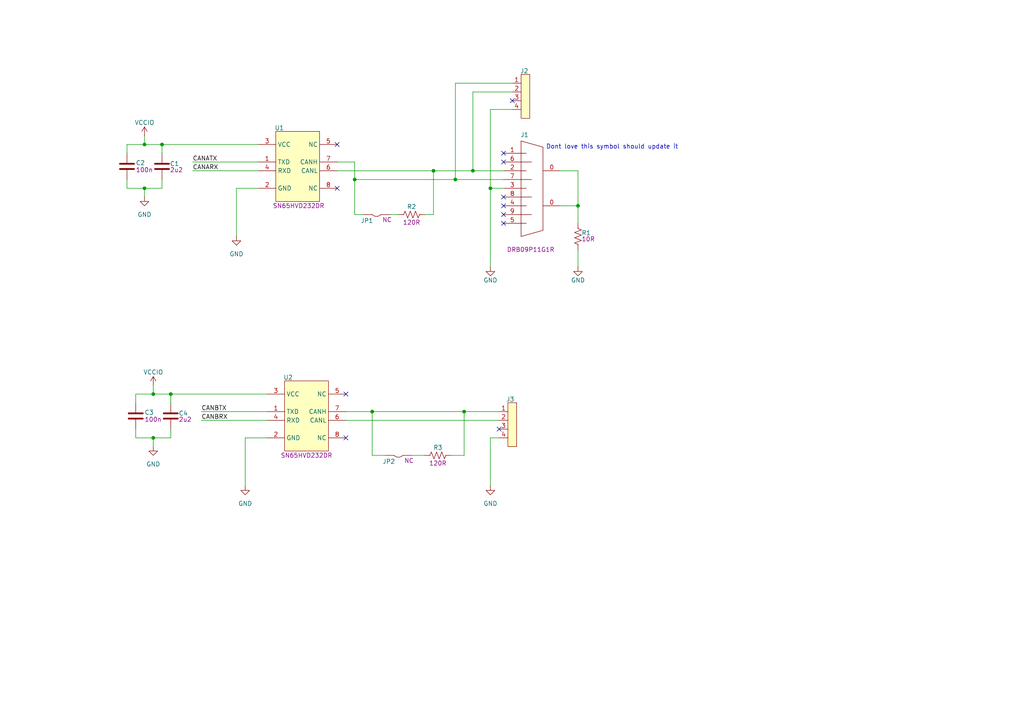
<source format=kicad_sch>
(kicad_sch (version 20231120) (generator "eeschema") (generator_version "8.0")
  (paper "A4")
  (lib_symbols
    (symbol "0603_Yageo_Res:RES_10R_0603" (pin_numbers hide)
      (property "Reference" "R" (at -20.32 5.08 0))
      (property "Display Value" "10R" (at 15.24 5.08 0))
      (symbol "RES_10R_0603_0_1"
        (polyline (pts (xy -2.286 0) (xy -2.54 0)))
        (polyline (pts (xy 2.286 0) (xy 2.54 0)))
        (polyline (pts (xy -2.286 0) (xy -1.905 1.016) (xy -1.524 0) (xy -1.143 -1.016) (xy -0.762 0)))
        (polyline (pts (xy -0.762 0) (xy -0.381 1.016) (xy 0 0) (xy 0.381 -1.016) (xy 0.762 0)))
        (polyline (pts (xy 0.762 0) (xy 1.143 1.016) (xy 1.524 0) (xy 1.905 -1.016) (xy 2.286 0)))
      )
      (symbol "RES_10R_0603_1_1"
        (pin passive line (at -3.81 0 0) (length 1.27) (name "~") (number "1"))
        (pin passive line (at 3.81 0 180) (length 1.27) (name "~") (number "2"))
      )
    )
    (symbol "0603_Yageo_Res:RES_120R_0603" (pin_numbers hide)
      (property "Reference" "R" (at -20.32 5.08 0))
      (property "Display Value" "120R" (at 15.24 5.08 0))
      (symbol "RES_120R_0603_0_1"
        (polyline (pts (xy -2.286 0) (xy -2.54 0)))
        (polyline (pts (xy 2.286 0) (xy 2.54 0)))
        (polyline (pts (xy -2.286 0) (xy -1.905 1.016) (xy -1.524 0) (xy -1.143 -1.016) (xy -0.762 0)))
        (polyline (pts (xy -0.762 0) (xy -0.381 1.016) (xy 0 0) (xy 0.381 -1.016) (xy 0.762 0)))
        (polyline (pts (xy 0.762 0) (xy 1.143 1.016) (xy 1.524 0) (xy 1.905 -1.016) (xy 2.286 0)))
      )
      (symbol "RES_120R_0603_1_1"
        (pin passive line (at -3.81 0 0) (length 1.27) (name "~") (number "1"))
        (pin passive line (at 3.81 0 180) (length 1.27) (name "~") (number "2"))
      )
    )
    (symbol "nae_caps:CAP_100n_16V_0402" (pin_numbers hide)
      (property "Reference" "C" (at -20.32 5.08 0))
      (property "Display Value" "100n" (at 15.24 5.08 0))
      (symbol "CAP_100n_16V_0402_0_1"
        (polyline (pts (xy -0.762 -2.032) (xy -0.762 2.032)) (stroke (width 0.508)))
        (polyline (pts (xy 0.762 -2.032) (xy 0.762 2.032)) (stroke (width 0.508)))
      )
      (symbol "CAP_100n_16V_0402_1_1"
        (pin passive line (at -3.81 0 0) (length 2.794) (name "~") (number "1"))
        (pin passive line (at 3.81 0 180) (length 2.794) (name "~") (number "2"))
      )
    )
    (symbol "nae_caps:CAP_2u2_10V_0603" (pin_numbers hide)
      (property "Reference" "C" (at -20.32 5.08 0))
      (property "Display Value" "2u2" (at 15.24 5.08 0))
      (symbol "CAP_2u2_10V_0603_0_1"
        (polyline (pts (xy -0.762 -2.032) (xy -0.762 2.032)) (stroke (width 0.508)))
        (polyline (pts (xy 0.762 -2.032) (xy 0.762 2.032)) (stroke (width 0.508)))
      )
      (symbol "CAP_2u2_10V_0603_1_1"
        (pin passive line (at -3.81 0 0) (length 2.794) (name "~") (number "1"))
        (pin passive line (at 3.81 0 180) (length 2.794) (name "~") (number "2"))
      )
    )
    (symbol "power:GND" (power) (pin_numbers hide) (pin_names (offset 0) hide)
      (property "Value" "GND" (at 0 -3.81 0))
      (symbol "GND_0_1"
        (polyline (pts (xy 0 0) (xy 0 -1.27) (xy 1.27 -1.27) (xy 0 -2.54) (xy -1.27 -1.27) (xy 0 -1.27)))
      )
      (symbol "GND_1_1"
        (pin power_in line (at 0 0 270) (length 0) (name "~") (number "1"))
      )
    )
    (symbol "power:VCC" (power) (pin_numbers hide) (pin_names (offset 0) hide)
      (property "Value" "VCC" (at 0 3.556 0))
      (symbol "VCC_0_1"
        (polyline (pts (xy -0.762 1.27) (xy 0 2.54)))
        (polyline (pts (xy 0 0) (xy 0 2.54)))
        (polyline (pts (xy 0 2.54) (xy 0.762 1.27)))
      )
      (symbol "VCC_1_1"
        (pin power_in line (at 0 0 90) (length 0) (name "~") (number "1"))
      )
    )
    (symbol "tutorial_2_library:DB9_Connector_male"
      (property "Reference" "J" (at -20.32 5.08 0))
      (property "Display Value" "DRB09P11G1R" (at 10.16 5.08 0))
      (symbol "DB9_Connector_male_0_1"
        (polyline (pts (xy 0 -20.32) (xy 1.524 -20.32)))
        (polyline (pts (xy 0 -17.78) (xy 3.048 -17.78)))
        (polyline (pts (xy 0 -15.24) (xy 1.524 -15.24)))
        (polyline (pts (xy 0 -12.7) (xy 3.048 -12.7)))
        (polyline (pts (xy 0 -10.16) (xy 1.524 -10.16)))
        (polyline (pts (xy 0 -7.62) (xy 3.048 -7.62)))
        (polyline (pts (xy 0 -5.08) (xy 1.524 -5.08)))
        (polyline (pts (xy 0 -2.54) (xy 3.048 -2.54)))
        (polyline (pts (xy 0 0) (xy 1.524 0)))
        (polyline (pts (xy 0 3.556) (xy 6.35 1.778)))
        (polyline (pts (xy 6.35 -22.352) (xy 0 -24.13)))
        (polyline (pts (xy 6.35 1.778) (xy 6.35 -22.352)))
        (polyline (pts (xy 0 3.556) (xy 0 -22.86) (xy 0 -24.13)))
      )
      (symbol "DB9_Connector_male_1_1"
        (pin unspecified line (at 11.43 -15.24 180) (length 5.08) (name "") (number "0"))
        (pin unspecified line (at 11.43 -5.08 180) (length 5.08) (name "") (number "0"))
        (pin unspecified line (at -5.08 0 0) (length 5.08) (name "") (number "1"))
        (pin unspecified line (at -5.08 -5.08 0) (length 5.08) (name "") (number "2"))
        (pin unspecified line (at -5.08 -10.16 0) (length 5.08) (name "") (number "3"))
        (pin unspecified line (at -5.08 -15.24 0) (length 5.08) (name "") (number "4"))
        (pin unspecified line (at -5.08 -20.32 0) (length 5.08) (name "") (number "5"))
        (pin unspecified line (at -5.08 -2.54 0) (length 5.08) (name "") (number "6"))
        (pin unspecified line (at -5.08 -7.62 0) (length 5.08) (name "") (number "7"))
        (pin unspecified line (at -5.08 -12.7 0) (length 5.08) (name "") (number "8"))
        (pin unspecified line (at -5.08 -17.78 0) (length 5.08) (name "") (number "9"))
      )
    )
    (symbol "tutorial_2_library:SN65HVD232DR"
      (property "Reference" "U" (at -5.08 6.35 0))
      (property "Display Value" "SN65HVD232DR" (at 0 -17.78 0))
      (symbol "SN65HVD232DR_1_1"
        (rectangle (start -6.35 3.81) (end 6.35 -16.51) (fill (type background)))
        (pin unspecified line (at -11.43 -5.08 0) (length 5.08) (name "TXD") (number "1"))
        (pin unspecified line (at -11.43 -12.7 0) (length 5.08) (name "GND") (number "2"))
        (pin unspecified line (at -11.43 0 0) (length 5.08) (name "VCC") (number "3"))
        (pin unspecified line (at -11.43 -7.62 0) (length 5.08) (name "RXD") (number "4"))
        (pin unspecified line (at 11.43 0 180) (length 5.08) (name "NC") (number "5"))
        (pin unspecified line (at 11.43 -7.62 180) (length 5.08) (name "CANL") (number "6"))
        (pin unspecified line (at 11.43 -5.08 180) (length 5.08) (name "CANH") (number "7"))
        (pin unspecified line (at 11.43 -12.7 180) (length 5.08) (name "NC") (number "8"))
      )
    )
    (symbol "tutorial_2_library:Solder_Jumper_2_NC" (pin_numbers hide)
      (property "Reference" "JP" (at -3.81 3.81 0))
      (property "Display Value" "NC" (at -3.81 0 0))
      (symbol "Solder_Jumper_2_NC_1_1"
        (arc (start 0 1.27) (mid -0.526 0) (end 0 -1.27))
        (pin unspecified line (at 0 3.81 270) (length 2.54) (name "") (number "1"))
        (pin unspecified line (at 0 -3.81 90) (length 2.54) (name "") (number "2"))
      )
    )
    (symbol "tutorial_2_library:VERT_HDR_4_2.54mm_1"
      (property "Reference" "J" (at -0.762 3.556 0))
      (symbol "VERT_HDR_4_2.54mm_1_1_1"
        (rectangle (start -1.27 2.54) (end 1.27 -10.16) (fill (type background)))
        (pin unspecified line (at -3.81 0 0) (length 2.54) (name "") (number "1"))
        (pin unspecified line (at -3.81 -2.54 0) (length 2.54) (name "") (number "2"))
        (pin unspecified line (at -3.81 -5.08 0) (length 2.54) (name "") (number "3"))
        (pin unspecified line (at -3.81 -7.62 0) (length 2.54) (name "") (number "4"))
      )
    )
  )
  (junction (at 107.95 119.38))
  (junction (at 102.87 52.07))
  (junction (at 46.99 41.91))
  (junction (at 142.24 54.61))
  (junction (at 132.08 52.07))
  (junction (at 41.91 54.61))
  (junction (at 44.45 127))
  (junction (at 137.16 49.53))
  (junction (at 167.64 59.69))
  (junction (at 41.91 41.91))
  (junction (at 134.62 119.38))
  (junction (at 49.53 114.3))
  (junction (at 44.45 114.3))
  (junction (at 125.73 49.53))
  (no_connect (at 97.79 54.61))
  (no_connect (at 146.05 44.45))
  (no_connect (at 146.05 64.77))
  (no_connect (at 146.05 46.99))
  (no_connect (at 100.33 127))
  (no_connect (at 144.78 124.46))
  (no_connect (at 146.05 62.23))
  (no_connect (at 100.33 114.3))
  (no_connect (at 148.59 29.21))
  (no_connect (at 146.05 57.15))
  (no_connect (at 97.79 41.91))
  (no_connect (at 146.05 59.69))
  (wire (pts (xy 44.45 127) (xy 49.53 127)))
  (wire (pts (xy 39.37 114.3) (xy 44.45 114.3)))
  (wire (pts (xy 68.58 54.61) (xy 68.58 68.58)))
  (wire (pts (xy 41.91 54.61) (xy 46.99 54.61)))
  (wire (pts (xy 46.99 41.91) (xy 74.93 41.91)))
  (wire (pts (xy 142.24 31.75) (xy 142.24 54.61)))
  (wire (pts (xy 44.45 127) (xy 44.45 129.54)))
  (wire (pts (xy 102.87 62.23) (xy 105.41 62.23)))
  (wire (pts (xy 111.76 132.08) (xy 107.95 132.08)))
  (wire (pts (xy 130.81 132.08) (xy 134.62 132.08)))
  (wire (pts (xy 137.16 26.67) (xy 137.16 49.53)))
  (wire (pts (xy 46.99 41.91) (xy 46.99 44.45)))
  (wire (pts (xy 132.08 24.13) (xy 132.08 52.07)))
  (wire (pts (xy 134.62 132.08) (xy 134.62 119.38)))
  (wire (pts (xy 100.33 119.38) (xy 107.95 119.38)))
  (wire (pts (xy 137.16 49.53) (xy 146.05 49.53)))
  (wire (pts (xy 132.08 52.07) (xy 146.05 52.07)))
  (wire (pts (xy 102.87 46.99) (xy 102.87 52.07)))
  (wire (pts (xy 71.12 127) (xy 77.47 127)))
  (wire (pts (xy 162.56 49.53) (xy 167.64 49.53)))
  (wire (pts (xy 46.99 54.61) (xy 46.99 52.07)))
  (wire (pts (xy 44.45 111.76) (xy 44.45 114.3)))
  (wire (pts (xy 142.24 54.61) (xy 142.24 77.47)))
  (wire (pts (xy 36.83 52.07) (xy 36.83 54.61)))
  (wire (pts (xy 142.24 127) (xy 144.78 127)))
  (wire (pts (xy 41.91 54.61) (xy 41.91 57.15)))
  (wire (pts (xy 36.83 54.61) (xy 41.91 54.61)))
  (wire (pts (xy 39.37 114.3) (xy 39.37 116.84)))
  (wire (pts (xy 97.79 49.53) (xy 125.73 49.53)))
  (wire (pts (xy 100.33 121.92) (xy 144.78 121.92)))
  (wire (pts (xy 41.91 39.37) (xy 41.91 41.91)))
  (wire (pts (xy 36.83 41.91) (xy 41.91 41.91)))
  (wire (pts (xy 55.88 46.99) (xy 74.93 46.99)))
  (wire (pts (xy 49.53 127) (xy 49.53 124.46)))
  (wire (pts (xy 134.62 119.38) (xy 144.78 119.38)))
  (wire (pts (xy 102.87 52.07) (xy 132.08 52.07)))
  (wire (pts (xy 39.37 127) (xy 44.45 127)))
  (wire (pts (xy 71.12 127) (xy 71.12 140.97)))
  (wire (pts (xy 142.24 127) (xy 142.24 140.97)))
  (wire (pts (xy 125.73 62.23) (xy 125.73 49.53)))
  (wire (pts (xy 49.53 114.3) (xy 49.53 116.84)))
  (wire (pts (xy 97.79 46.99) (xy 102.87 46.99)))
  (wire (pts (xy 41.91 41.91) (xy 46.99 41.91)))
  (wire (pts (xy 167.64 49.53) (xy 167.64 59.69)))
  (wire (pts (xy 68.58 54.61) (xy 74.93 54.61)))
  (wire (pts (xy 146.05 54.61) (xy 142.24 54.61)))
  (wire (pts (xy 123.19 62.23) (xy 125.73 62.23)))
  (wire (pts (xy 55.88 49.53) (xy 74.93 49.53)))
  (wire (pts (xy 49.53 114.3) (xy 77.47 114.3)))
  (wire (pts (xy 107.95 132.08) (xy 107.95 119.38)))
  (wire (pts (xy 107.95 119.38) (xy 134.62 119.38)))
  (wire (pts (xy 39.37 124.46) (xy 39.37 127)))
  (wire (pts (xy 58.42 119.38) (xy 77.47 119.38)))
  (wire (pts (xy 167.64 59.69) (xy 162.56 59.69)))
  (wire (pts (xy 167.64 72.39) (xy 167.64 77.47)))
  (wire (pts (xy 58.42 121.92) (xy 77.47 121.92)))
  (wire (pts (xy 102.87 52.07) (xy 102.87 62.23)))
  (wire (pts (xy 148.59 26.67) (xy 137.16 26.67)))
  (wire (pts (xy 148.59 31.75) (xy 142.24 31.75)))
  (wire (pts (xy 119.38 132.08) (xy 123.19 132.08)))
  (wire (pts (xy 125.73 49.53) (xy 137.16 49.53)))
  (wire (pts (xy 113.03 62.23) (xy 115.57 62.23)))
  (wire (pts (xy 167.64 59.69) (xy 167.64 64.77)))
  (wire (pts (xy 36.83 41.91) (xy 36.83 44.45)))
  (wire (pts (xy 148.59 24.13) (xy 132.08 24.13)))
  (wire (pts (xy 44.45 114.3) (xy 49.53 114.3)))
  (text "Dont love this symbol should update it" (at 177.546 42.672 0) (effects (font (size 1.27 1.27))))
  (label "CANBTX" (at 58.42 119.38 0))
  (label "CANBRX" (at 58.42 121.92 0))
  (label "CANARX" (at 55.88 49.53 0))
  (label "CANATX" (at 55.88 46.99 0))
  (symbol (lib_id "tutorial_2_library:VERT_HDR_4_2.54mm_1") (at 152.4 24.13 0) (unit 1)
    (property "Reference" "J2" (at 150.876 20.574 0) (effects (justify left)))
    (property "Value" "HDR_4_2.54" (effects (hide yes)))
    (property "Footprint" "Connector_PinHeader_1.00mm:PinHeader_1x04_P1.00mm_Vertical" (effects (hide yes)))
    (property "Datasheet" "https://suddendocs.samtec.com/catalog_english/mtsw.pdf" (effects (hide yes)))
    (property "Description" "CONN HEADER VERT 4POS 2.54MM" (effects (hide yes)))
    (property "Display Value" "HDR" (effects (hide yes)))
    (property "Manufacturer" "Samtec Inc." (effects (hide yes)))
    (property "Manufacturer Part Number" "HMTSW-104-23-L-S-237" (effects (hide yes)))
    (property "Supplier 1" "DigiKey" (effects (hide yes)))
    (property "Supplier 1 Part Number" "612-HMTSW-104-23-L-S-237-ND" (effects (hide yes)))
  )
  (symbol (lib_id "tutorial_2_library:Solder_Jumper_2_NC") (at 109.22 62.23 90) (unit 1)
    (property "Reference" "JP1" (at 106.426 64.008 90))
    (property "Footprint" "Jumper:SolderJumper-2_P1.3mm_Bridged2Bar_Pad1.0x1.5mm" (effects (hide yes)))
    (property "Display Value" "NC" (at 112.268 63.754 90))
  )
  (symbol (lib_id "power:GND") (at 68.58 68.58 0) (unit 1)
    (property "Reference" "#PWR017" (effects (hide yes)))
    (property "Value" "GND" (at 68.58 73.66 0))
    (property "Description" "Power symbol creates a global label with name \"GND\" , ground" (effects (hide yes)))
  )
  (symbol (lib_id "nae_caps:CAP_2u2_10V_0603") (at 46.99 48.26 90) (unit 1)
    (property "Reference" "C1" (at 49.276 47.498 90) (effects (justify right)))
    (property "Value" "CAP_2u2_10V_0603" (effects (hide yes)))
    (property "Footprint" "Capacitor_SMD:C_0603_1608Metric" (effects (hide yes)))
    (property "Datasheet" "https://www.yageo.com/upload/media/product/productsearch/datasheet/mlcc/UPY-GPHC_X7R_6.3V-to-250V_24.pdf" (effects (hide yes)))
    (property "Description" "CAP CER 2.2UF 10V X7R 0603" (effects (hide yes)))
    (property "Display Value" "2u2" (at 49.276 49.276 90) (effects (justify right)))
    (property "Manufacturer" "YAGEO" (effects (hide yes)))
    (property "Manufacturer Part Number" "CC0603KPX7R6BB225" (effects (hide yes)))
    (property "Supplier 1" "DigiKey" (effects (hide yes)))
    (property "Supplier 1 Part Number" "13-CC0603KPX7R6BB225CT-ND" (effects (hide yes)))
    (property "Supplier 2" "no_data" (effects (hide yes)))
    (property "Supplier 2 Part Number" "no_data" (effects (hide yes)))
  )
  (symbol (lib_id "power:GND") (at 41.91 57.15 0) (unit 1)
    (property "Reference" "#PWR018" (effects (hide yes)))
    (property "Value" "GND" (at 41.91 62.23 0))
    (property "Description" "Power symbol creates a global label with name \"GND\" , ground" (effects (hide yes)))
  )
  (symbol (lib_id "tutorial_2_library:DB9_Connector_male") (at 151.13 44.45 0) (unit 1)
    (property "Reference" "J1" (at 152.146 39.116 0))
    (property "Value" "DRB09P11G1R" (effects (hide yes)))
    (property "Footprint" "Connector_Dsub:DSUB-9_Male_Vertical_P2.77x2.84mm_MountingHoles" (effects (hide yes)))
    (property "Datasheet" "https://www.we-online.com/components/products/datasheet/618009231421.pdf" (effects (hide yes)))
    (property "Description" "CONN D-SUB PLUG 9POS R/A SLDR" (effects (hide yes)))
    (property "Display Value" "DRB09P11G1R" (at 153.924 72.39 0))
    (property "Manufacturer" "Würth Elektronik" (effects (hide yes)))
    (property "Manufacturer Part Number" "618009231421" (effects (hide yes)))
    (property "Supplier 1" "DigiKey" (effects (hide yes)))
    (property "Supplier 1 Part Number" "732-618009231421-ND" (effects (hide yes)))
  )
  (symbol (lib_id "power:GND") (at 142.24 140.97 0) (unit 1)
    (property "Reference" "#PWR025" (effects (hide yes)))
    (property "Value" "GND" (at 142.24 146.05 0))
    (property "Description" "Power symbol creates a global label with name \"GND\" , ground" (effects (hide yes)))
  )
  (symbol (lib_id "power:GND") (at 142.24 77.47 0) (unit 1)
    (property "Reference" "#PWR020" (effects (hide yes)))
    (property "Value" "GND" (at 142.24 81.28 0))
    (property "Description" "Power symbol creates a global label with name \"GND\" , ground" (effects (hide yes)))
  )
  (symbol (lib_id "0603_Yageo_Res:RES_120R_0603") (at 127 132.08 0) (unit 1)
    (property "Reference" "R3" (at 127 129.794 0))
    (property "Value" "RES_120R_0603" (effects (hide yes)))
    (property "Footprint" "Resistor_SMD:R_0603_1608Metric" (effects (hide yes)))
    (property "Datasheet" "https://www.yageo.com/upload/media/product/products/datasheet/rchip/PYu-RC_Group_51_RoHS_L_12.pdf" (effects (hide yes)))
    (property "Description" "RES 120 OHM 1% 1/10W 0603" (effects (hide yes)))
    (property "Display Value" "120R" (at 127 134.366 0))
    (property "Manufacturer" "YAGEO" (effects (hide yes)))
    (property "Manufacturer Part Number" "RC0603FR-07120RL" (effects (hide yes)))
    (property "Supplier 1" "DigiKey" (effects (hide yes)))
    (property "Supplier 1 Part Number" "311-120HRCT-ND" (effects (hide yes)))
    (property "Supplier 2" "no_data" (effects (hide yes)))
    (property "Supplier 2 Part Number" "no_data" (effects (hide yes)))
  )
  (symbol (lib_id "nae_caps:CAP_100n_16V_0402") (at 36.83 48.26 90) (unit 1)
    (property "Reference" "C2" (at 39.37 47.244 90) (effects (justify right)))
    (property "Value" "CAP_100n_16V_0402" (effects (hide yes)))
    (property "Footprint" "Capacitor_SMD:C_0402_1005Metric" (effects (hide yes)))
    (property "Datasheet" "https://www.yageo.com/upload/media/product/productsearch/datasheet/mlcc/UPY-GPHC_X7R_6.3V-to-250V_24.pdf" (effects (hide yes)))
    (property "Description" "CAP CER 0.1UF 16V X7R 0402" (effects (hide yes)))
    (property "Display Value" "100n" (at 39.37 49.276 90) (effects (justify right)))
    (property "Manufacturer" "YAGEO" (effects (hide yes)))
    (property "Manufacturer Part Number" "CC0402KRX7R7BB104" (effects (hide yes)))
    (property "Supplier 1" "DigiKey" (effects (hide yes)))
    (property "Supplier 1 Part Number" "311-1338-1-ND" (effects (hide yes)))
  )
  (symbol (lib_id "power:GND") (at 167.64 77.47 0) (unit 1)
    (property "Reference" "#PWR021" (effects (hide yes)))
    (property "Value" "GND" (at 167.64 81.28 0))
    (property "Description" "Power symbol creates a global label with name \"GND\" , ground" (effects (hide yes)))
  )
  (symbol (lib_id "tutorial_2_library:SN65HVD232DR") (at 88.9 114.3 0) (unit 1)
    (property "Reference" "U2" (at 83.566 109.474 0))
    (property "Value" "SN65HVD232DR" (effects (hide yes)))
    (property "Footprint" "Package_SO:SOIC-8_3.9x4.9mm_P1.27mm" (effects (hide yes)))
    (property "Datasheet" "https://www.ti.com/general/docs/suppproductinfo.tsp?distId=10&gotoUrl=https%3A%2F%2Fwww.ti.com%2Flit%2Fgpn%2Fsn65hvd230" (effects (hide yes)))
    (property "Description" "IC TRANSCEIVER HALF 1/1 8SOIC" (effects (hide yes)))
    (property "Display Value" "SN65HVD232DR" (at 88.9 132.08 0))
    (property "Manufacturer" "Texas Instruments" (effects (hide yes)))
    (property "Manufacturer Part Number" "SN65HVD232DR" (effects (hide yes)))
    (property "Supplier 1" "DigiKey" (effects (hide yes)))
    (property "Supplier 1 Part Number" "296-26344-1-ND" (effects (hide yes)))
  )
  (symbol (lib_id "nae_caps:CAP_100n_16V_0402") (at 39.37 120.65 90) (unit 1)
    (property "Reference" "C3" (at 41.91 119.634 90) (effects (justify right)))
    (property "Value" "CAP_100n_16V_0402" (effects (hide yes)))
    (property "Footprint" "Capacitor_SMD:C_0402_1005Metric" (effects (hide yes)))
    (property "Datasheet" "https://www.yageo.com/upload/media/product/productsearch/datasheet/mlcc/UPY-GPHC_X7R_6.3V-to-250V_24.pdf" (effects (hide yes)))
    (property "Description" "CAP CER 0.1UF 16V X7R 0402" (effects (hide yes)))
    (property "Display Value" "100n" (at 41.91 121.666 90) (effects (justify right)))
    (property "Manufacturer" "YAGEO" (effects (hide yes)))
    (property "Manufacturer Part Number" "CC0402KRX7R7BB104" (effects (hide yes)))
    (property "Supplier 1" "DigiKey" (effects (hide yes)))
    (property "Supplier 1 Part Number" "311-1338-1-ND" (effects (hide yes)))
  )
  (symbol (lib_id "tutorial_2_library:VERT_HDR_4_2.54mm_1") (at 148.59 119.38 0) (unit 1)
    (property "Reference" "J3" (at 146.812 115.824 0) (effects (justify left)))
    (property "Value" "HDR_4_2.54" (effects (hide yes)))
    (property "Footprint" "Connector_PinHeader_1.00mm:PinHeader_1x04_P1.00mm_Vertical" (effects (hide yes)))
    (property "Datasheet" "https://suddendocs.samtec.com/catalog_english/mtsw.pdf" (effects (hide yes)))
    (property "Description" "CONN HEADER VERT 4POS 2.54MM" (effects (hide yes)))
    (property "Display Value" "HDR" (effects (hide yes)))
    (property "Manufacturer" "Samtec Inc." (effects (hide yes)))
    (property "Manufacturer Part Number" "HMTSW-104-23-L-S-237" (effects (hide yes)))
    (property "Supplier 1" "DigiKey" (effects (hide yes)))
    (property "Supplier 1 Part Number" "612-HMTSW-104-23-L-S-237-ND" (effects (hide yes)))
  )
  (symbol (lib_id "0603_Yageo_Res:RES_10R_0603") (at 167.64 68.58 90) (unit 1)
    (property "Reference" "R1" (at 168.656 67.5641 90) (effects (justify right)))
    (property "Value" "RES_10R_0603" (effects (hide yes)))
    (property "Footprint" "Resistor_SMD:R_0603_1608Metric" (effects (hide yes)))
    (property "Datasheet" "https://www.yageo.com/upload/media/product/products/datasheet/rchip/PYu-RC_Group_51_RoHS_L_12.pdf" (effects (hide yes)))
    (property "Description" "RES 10 OHM 1% 1/10W 0603" (effects (hide yes)))
    (property "Display Value" "10R" (at 168.656 69.342 90) (effects (justify right)))
    (property "Manufacturer" "YAGEO" (effects (hide yes)))
    (property "Manufacturer Part Number" "RC0603FR-0710RL" (effects (hide yes)))
    (property "Supplier 1" "DigiKey" (effects (hide yes)))
    (property "Supplier 1 Part Number" "311-10.0HRCT-ND" (effects (hide yes)))
    (property "Supplier 2" "no_data" (effects (hide yes)))
    (property "Supplier 2 Part Number" "no_data" (effects (hide yes)))
  )
  (symbol (lib_id "power:GND") (at 44.45 129.54 0) (unit 1)
    (property "Reference" "#PWR023" (effects (hide yes)))
    (property "Value" "GND" (at 44.45 134.62 0))
    (property "Description" "Power symbol creates a global label with name \"GND\" , ground" (effects (hide yes)))
  )
  (symbol (lib_id "tutorial_2_library:Solder_Jumper_2_NC") (at 115.57 132.08 90) (unit 1)
    (property "Reference" "JP2" (at 112.776 133.858 90))
    (property "Footprint" "Jumper:SolderJumper-2_P1.3mm_Bridged2Bar_Pad1.0x1.5mm" (effects (hide yes)))
    (property "Display Value" "NC" (at 118.618 133.604 90))
  )
  (symbol (lib_id "tutorial_2_library:SN65HVD232DR") (at 86.36 41.91 0) (unit 1)
    (property "Reference" "U1" (at 81.026 37.084 0))
    (property "Value" "SN65HVD232DR" (effects (hide yes)))
    (property "Footprint" "Package_SO:SOIC-8_3.9x4.9mm_P1.27mm" (effects (hide yes)))
    (property "Datasheet" "https://www.ti.com/general/docs/suppproductinfo.tsp?distId=10&gotoUrl=https%3A%2F%2Fwww.ti.com%2Flit%2Fgpn%2Fsn65hvd230" (effects (hide yes)))
    (property "Description" "IC TRANSCEIVER HALF 1/1 8SOIC" (effects (hide yes)))
    (property "Display Value" "SN65HVD232DR" (at 86.614 59.69 0))
    (property "Manufacturer" "Texas Instruments" (effects (hide yes)))
    (property "Manufacturer Part Number" "SN65HVD232DR" (effects (hide yes)))
    (property "Supplier 1" "DigiKey" (effects (hide yes)))
    (property "Supplier 1 Part Number" "296-26344-1-ND" (effects (hide yes)))
  )
  (symbol (lib_id "power:GND") (at 71.12 140.97 0) (unit 1)
    (property "Reference" "#PWR024" (effects (hide yes)))
    (property "Value" "GND" (at 71.12 146.05 0))
    (property "Description" "Power symbol creates a global label with name \"GND\" , ground" (effects (hide yes)))
  )
  (symbol (lib_id "power:VCC") (at 44.45 111.76 0) (unit 1)
    (property "Reference" "#PWR022" (effects (hide yes)))
    (property "Value" "VCCIO" (at 44.45 107.95 0))
    (property "Description" "Power symbol creates a global label with name \"VCC\"" (effects (hide yes)))
  )
  (symbol (lib_id "nae_caps:CAP_2u2_10V_0603") (at 49.53 120.65 90) (unit 1)
    (property "Reference" "C4" (at 51.816 119.888 90) (effects (justify right)))
    (property "Value" "CAP_2u2_10V_0603" (effects (hide yes)))
    (property "Footprint" "Capacitor_SMD:C_0603_1608Metric" (effects (hide yes)))
    (property "Datasheet" "https://www.yageo.com/upload/media/product/productsearch/datasheet/mlcc/UPY-GPHC_X7R_6.3V-to-250V_24.pdf" (effects (hide yes)))
    (property "Description" "CAP CER 2.2UF 10V X7R 0603" (effects (hide yes)))
    (property "Display Value" "2u2" (at 51.816 121.666 90) (effects (justify right)))
    (property "Manufacturer" "YAGEO" (effects (hide yes)))
    (property "Manufacturer Part Number" "CC0603KPX7R6BB225" (effects (hide yes)))
    (property "Supplier 1" "DigiKey" (effects (hide yes)))
    (property "Supplier 1 Part Number" "13-CC0603KPX7R6BB225CT-ND" (effects (hide yes)))
    (property "Supplier 2" "no_data" (effects (hide yes)))
    (property "Supplier 2 Part Number" "no_data" (effects (hide yes)))
  )
  (symbol (lib_id "power:VCC") (at 41.91 39.37 0) (unit 1)
    (property "Reference" "#PWR019" (effects (hide yes)))
    (property "Value" "VCCIO" (at 41.91 35.56 0))
    (property "Description" "Power symbol creates a global label with name \"VCC\"" (effects (hide yes)))
  )
  (symbol (lib_id "0603_Yageo_Res:RES_120R_0603") (at 119.38 62.23 0) (unit 1)
    (property "Reference" "R2" (at 119.38 59.944 0))
    (property "Value" "RES_120R_0603" (effects (hide yes)))
    (property "Footprint" "Resistor_SMD:R_0603_1608Metric" (effects (hide yes)))
    (property "Datasheet" "https://www.yageo.com/upload/media/product/products/datasheet/rchip/PYu-RC_Group_51_RoHS_L_12.pdf" (effects (hide yes)))
    (property "Description" "RES 120 OHM 1% 1/10W 0603" (effects (hide yes)))
    (property "Display Value" "120R" (at 119.38 64.516 0))
    (property "Manufacturer" "YAGEO" (effects (hide yes)))
    (property "Manufacturer Part Number" "RC0603FR-07120RL" (effects (hide yes)))
    (property "Supplier 1" "DigiKey" (effects (hide yes)))
    (property "Supplier 1 Part Number" "311-120HRCT-ND" (effects (hide yes)))
    (property "Supplier 2" "no_data" (effects (hide yes)))
    (property "Supplier 2 Part Number" "no_data" (effects (hide yes)))
  )
)
</source>
